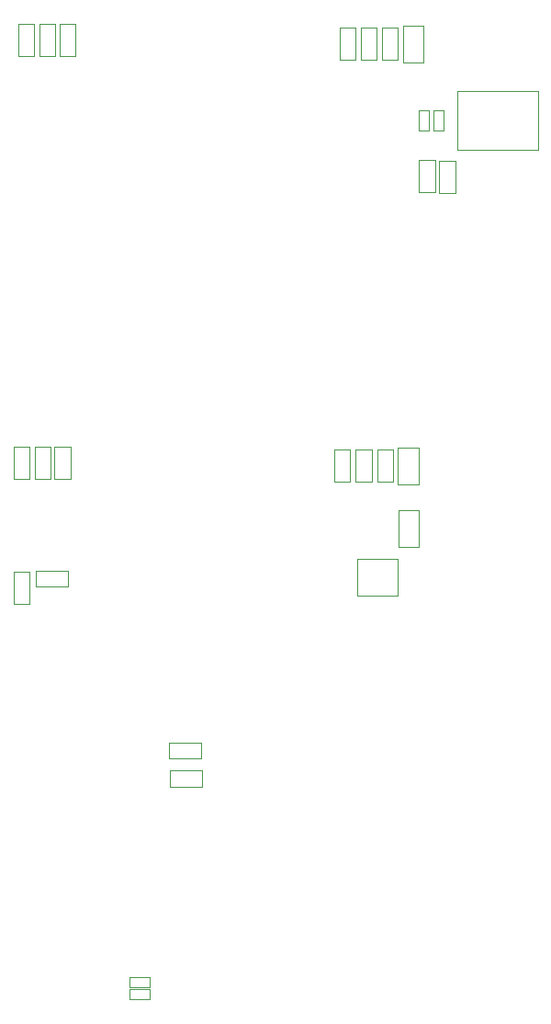
<source format=gbr>
%TF.GenerationSoftware,KiCad,Pcbnew,9.0.3*%
%TF.CreationDate,2025-09-16T11:45:41-04:00*%
%TF.ProjectId,5_COLD_TPC_Charge_Pre_Amp,355f434f-4c44-45f5-9450-435f43686172,rev?*%
%TF.SameCoordinates,Original*%
%TF.FileFunction,Other,User*%
%FSLAX46Y46*%
G04 Gerber Fmt 4.6, Leading zero omitted, Abs format (unit mm)*
G04 Created by KiCad (PCBNEW 9.0.3) date 2025-09-16 11:45:41*
%MOMM*%
%LPD*%
G01*
G04 APERTURE LIST*
%ADD10C,0.050000*%
G04 APERTURE END LIST*
D10*
%TO.C,C36*%
X274870000Y-157480000D02*
X276690000Y-157480000D01*
X274870000Y-158400000D02*
X274870000Y-157480000D01*
X276690000Y-157480000D02*
X276690000Y-158400000D01*
X276690000Y-158400000D02*
X274870000Y-158400000D01*
%TO.C,R19*%
X278510000Y-134730000D02*
X281470000Y-134730000D01*
X278510000Y-136190000D02*
X278510000Y-134730000D01*
X281470000Y-134730000D02*
X281470000Y-136190000D01*
X281470000Y-136190000D02*
X278510000Y-136190000D01*
%TO.C,C29*%
X301505000Y-76515000D02*
X302425000Y-76515000D01*
X301505000Y-78335000D02*
X301505000Y-76515000D01*
X302425000Y-76515000D02*
X302425000Y-78335000D01*
X302425000Y-78335000D02*
X301505000Y-78335000D01*
%TO.C,R3*%
X299610000Y-113370000D02*
X301510000Y-113370000D01*
X299610000Y-116730000D02*
X299610000Y-113370000D01*
X301510000Y-113370000D02*
X301510000Y-116730000D01*
X301510000Y-116730000D02*
X299610000Y-116730000D01*
%TO.C,C7*%
X268395000Y-68585000D02*
X269855000Y-68585000D01*
X268395000Y-71545000D02*
X268395000Y-68585000D01*
X269855000Y-68585000D02*
X269855000Y-71545000D01*
X269855000Y-71545000D02*
X268395000Y-71545000D01*
%TO.C,D1*%
X295820000Y-117830000D02*
X295820000Y-121230000D01*
X295820000Y-121230000D02*
X299540000Y-121230000D01*
X299540000Y-117830000D02*
X295820000Y-117830000D01*
X299540000Y-121230000D02*
X299540000Y-117830000D01*
%TO.C,C21*%
X293725000Y-107780000D02*
X295185000Y-107780000D01*
X293725000Y-110740000D02*
X293725000Y-107780000D01*
X295185000Y-107780000D02*
X295185000Y-110740000D01*
X295185000Y-110740000D02*
X293725000Y-110740000D01*
%TO.C,C22*%
X295695000Y-107780000D02*
X297155000Y-107780000D01*
X295695000Y-110740000D02*
X295695000Y-107780000D01*
X297155000Y-107780000D02*
X297155000Y-110740000D01*
X297155000Y-110740000D02*
X295695000Y-110740000D01*
%TO.C,C19*%
X266075000Y-107470000D02*
X267535000Y-107470000D01*
X266075000Y-110430000D02*
X266075000Y-107470000D01*
X267535000Y-107470000D02*
X267535000Y-110430000D01*
X267535000Y-110430000D02*
X266075000Y-110430000D01*
%TO.C,R18*%
X301540000Y-81090000D02*
X303000000Y-81090000D01*
X301540000Y-84050000D02*
X301540000Y-81090000D01*
X303000000Y-81090000D02*
X303000000Y-84050000D01*
X303000000Y-84050000D02*
X301540000Y-84050000D01*
%TO.C,R10*%
X264130000Y-118980000D02*
X265590000Y-118980000D01*
X264130000Y-121940000D02*
X264130000Y-118980000D01*
X265590000Y-118980000D02*
X265590000Y-121940000D01*
X265590000Y-121940000D02*
X264130000Y-121940000D01*
%TO.C,U6*%
X305060000Y-74707500D02*
X305060000Y-80112500D01*
X312470000Y-74707500D02*
X305060000Y-74707500D01*
X312470000Y-74707500D02*
X312470000Y-80112500D01*
X312470000Y-80112500D02*
X305060000Y-80112500D01*
%TO.C,R15*%
X299565000Y-107620000D02*
X301465000Y-107620000D01*
X299565000Y-110980000D02*
X299565000Y-107620000D01*
X301465000Y-107620000D02*
X301465000Y-110980000D01*
X301465000Y-110980000D02*
X299565000Y-110980000D01*
%TO.C,C6*%
X266545000Y-68585000D02*
X268005000Y-68585000D01*
X266545000Y-71545000D02*
X266545000Y-68585000D01*
X268005000Y-68585000D02*
X268005000Y-71545000D01*
X268005000Y-71545000D02*
X266545000Y-71545000D01*
%TO.C,C9*%
X296165000Y-68895000D02*
X297625000Y-68895000D01*
X296165000Y-71855000D02*
X296165000Y-68895000D01*
X297625000Y-68895000D02*
X297625000Y-71855000D01*
X297625000Y-71855000D02*
X296165000Y-71855000D01*
%TO.C,C8*%
X294195000Y-68895000D02*
X295655000Y-68895000D01*
X294195000Y-71855000D02*
X294195000Y-68895000D01*
X295655000Y-68895000D02*
X295655000Y-71855000D01*
X295655000Y-71855000D02*
X294195000Y-71855000D01*
%TO.C,C10*%
X298135000Y-68895000D02*
X299595000Y-68895000D01*
X298135000Y-71855000D02*
X298135000Y-68895000D01*
X299595000Y-68895000D02*
X299595000Y-71855000D01*
X299595000Y-71855000D02*
X298135000Y-71855000D01*
%TO.C,C32*%
X303395000Y-81135000D02*
X304855000Y-81135000D01*
X303395000Y-84095000D02*
X303395000Y-81135000D01*
X304855000Y-81135000D02*
X304855000Y-84095000D01*
X304855000Y-84095000D02*
X303395000Y-84095000D01*
%TO.C,R5*%
X300035000Y-68735000D02*
X301935000Y-68735000D01*
X300035000Y-72095000D02*
X300035000Y-68735000D01*
X301935000Y-68735000D02*
X301935000Y-72095000D01*
X301935000Y-72095000D02*
X300035000Y-72095000D01*
%TO.C,C20*%
X267925000Y-107470000D02*
X269385000Y-107470000D01*
X267925000Y-110430000D02*
X267925000Y-107470000D01*
X269385000Y-107470000D02*
X269385000Y-110430000D01*
X269385000Y-110430000D02*
X267925000Y-110430000D01*
%TO.C,R12*%
X266170000Y-118910000D02*
X269130000Y-118910000D01*
X266170000Y-120370000D02*
X266170000Y-118910000D01*
X269130000Y-118910000D02*
X269130000Y-120370000D01*
X269130000Y-120370000D02*
X266170000Y-120370000D01*
%TO.C,C28*%
X302845000Y-76515000D02*
X303765000Y-76515000D01*
X302845000Y-78335000D02*
X302845000Y-76515000D01*
X303765000Y-76515000D02*
X303765000Y-78335000D01*
X303765000Y-78335000D02*
X302845000Y-78335000D01*
%TO.C,C5*%
X264605000Y-68585000D02*
X266065000Y-68585000D01*
X264605000Y-71545000D02*
X264605000Y-68585000D01*
X266065000Y-68585000D02*
X266065000Y-71545000D01*
X266065000Y-71545000D02*
X264605000Y-71545000D01*
%TO.C,C23*%
X297665000Y-107780000D02*
X299125000Y-107780000D01*
X297665000Y-110740000D02*
X297665000Y-107780000D01*
X299125000Y-107780000D02*
X299125000Y-110740000D01*
X299125000Y-110740000D02*
X297665000Y-110740000D01*
%TO.C,R35*%
X278590000Y-137330000D02*
X281550000Y-137330000D01*
X278590000Y-138790000D02*
X278590000Y-137330000D01*
X281550000Y-137330000D02*
X281550000Y-138790000D01*
X281550000Y-138790000D02*
X278590000Y-138790000D01*
%TO.C,C37*%
X274870000Y-156350000D02*
X276690000Y-156350000D01*
X274870000Y-157270000D02*
X274870000Y-156350000D01*
X276690000Y-156350000D02*
X276690000Y-157270000D01*
X276690000Y-157270000D02*
X274870000Y-157270000D01*
%TO.C,C18*%
X264135000Y-107470000D02*
X265595000Y-107470000D01*
X264135000Y-110430000D02*
X264135000Y-107470000D01*
X265595000Y-107470000D02*
X265595000Y-110430000D01*
X265595000Y-110430000D02*
X264135000Y-110430000D01*
%TD*%
M02*

</source>
